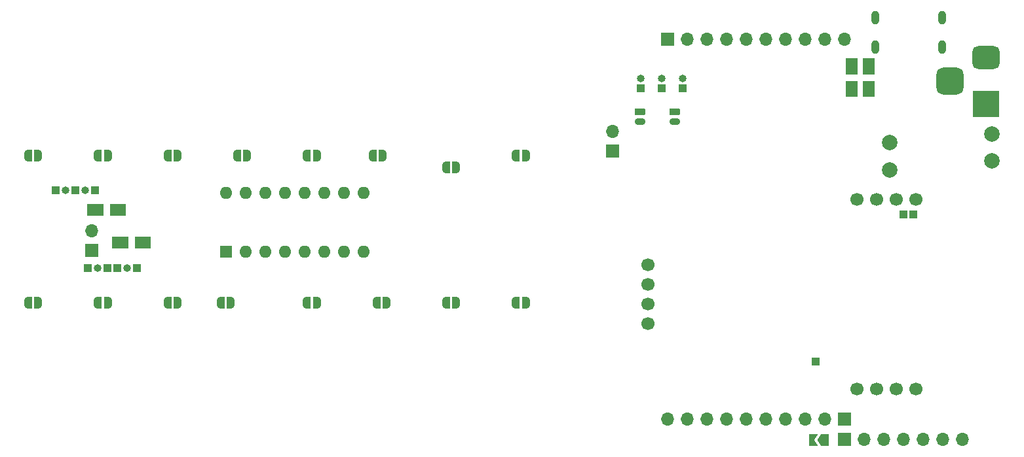
<source format=gbs>
G04 #@! TF.GenerationSoftware,KiCad,Pcbnew,(6.0.5-0)*
G04 #@! TF.CreationDate,2022-08-16T03:19:52+09:00*
G04 #@! TF.ProjectId,qLAMP-main,714c414d-502d-46d6-9169-6e2e6b696361,rev?*
G04 #@! TF.SameCoordinates,Original*
G04 #@! TF.FileFunction,Soldermask,Bot*
G04 #@! TF.FilePolarity,Negative*
%FSLAX46Y46*%
G04 Gerber Fmt 4.6, Leading zero omitted, Abs format (unit mm)*
G04 Created by KiCad (PCBNEW (6.0.5-0)) date 2022-08-16 03:19:52*
%MOMM*%
%LPD*%
G01*
G04 APERTURE LIST*
G04 Aperture macros list*
%AMRoundRect*
0 Rectangle with rounded corners*
0 $1 Rounding radius*
0 $2 $3 $4 $5 $6 $7 $8 $9 X,Y pos of 4 corners*
0 Add a 4 corners polygon primitive as box body*
4,1,4,$2,$3,$4,$5,$6,$7,$8,$9,$2,$3,0*
0 Add four circle primitives for the rounded corners*
1,1,$1+$1,$2,$3*
1,1,$1+$1,$4,$5*
1,1,$1+$1,$6,$7*
1,1,$1+$1,$8,$9*
0 Add four rect primitives between the rounded corners*
20,1,$1+$1,$2,$3,$4,$5,0*
20,1,$1+$1,$4,$5,$6,$7,0*
20,1,$1+$1,$6,$7,$8,$9,0*
20,1,$1+$1,$8,$9,$2,$3,0*%
%AMFreePoly0*
4,1,22,0.500000,-0.750000,0.000000,-0.750000,0.000000,-0.745033,-0.079941,-0.743568,-0.215256,-0.701293,-0.333266,-0.622738,-0.424486,-0.514219,-0.481581,-0.384460,-0.499164,-0.250000,-0.500000,-0.250000,-0.500000,0.250000,-0.499164,0.250000,-0.499963,0.256109,-0.478152,0.396186,-0.417904,0.524511,-0.324060,0.630769,-0.204165,0.706417,-0.067858,0.745374,0.000000,0.744959,0.000000,0.750000,
0.500000,0.750000,0.500000,-0.750000,0.500000,-0.750000,$1*%
%AMFreePoly1*
4,1,20,0.000000,0.744959,0.073905,0.744508,0.209726,0.703889,0.328688,0.626782,0.421226,0.519385,0.479903,0.390333,0.500000,0.250000,0.500000,-0.250000,0.499851,-0.262216,0.476331,-0.402017,0.414519,-0.529596,0.319384,-0.634700,0.198574,-0.708877,0.061801,-0.746166,0.000000,-0.745033,0.000000,-0.750000,-0.500000,-0.750000,-0.500000,0.750000,0.000000,0.750000,0.000000,0.744959,
0.000000,0.744959,$1*%
%AMFreePoly2*
4,1,6,1.000000,0.000000,0.500000,-0.750000,-0.500000,-0.750000,-0.500000,0.750000,0.500000,0.750000,1.000000,0.000000,1.000000,0.000000,$1*%
%AMFreePoly3*
4,1,6,0.500000,-0.750000,-0.650000,-0.750000,-0.150000,0.000000,-0.650000,0.750000,0.500000,0.750000,0.500000,-0.750000,0.500000,-0.750000,$1*%
G04 Aperture macros list end*
%ADD10FreePoly0,180.000000*%
%ADD11FreePoly1,180.000000*%
%ADD12C,2.000000*%
%ADD13RoundRect,0.225000X-0.475000X0.225000X-0.475000X-0.225000X0.475000X-0.225000X0.475000X0.225000X0*%
%ADD14O,1.400000X0.900000*%
%ADD15R,1.000000X1.000000*%
%ADD16O,1.000000X1.000000*%
%ADD17R,1.700000X1.700000*%
%ADD18O,1.700000X1.700000*%
%ADD19R,3.500000X3.500000*%
%ADD20RoundRect,0.750000X-1.000000X0.750000X-1.000000X-0.750000X1.000000X-0.750000X1.000000X0.750000X0*%
%ADD21RoundRect,0.875000X-0.875000X0.875000X-0.875000X-0.875000X0.875000X-0.875000X0.875000X0.875000X0*%
%ADD22C,1.700000*%
%ADD23O,1.000000X1.800000*%
%ADD24R,1.600000X1.600000*%
%ADD25O,1.600000X1.600000*%
%ADD26R,1.500000X1.500000*%
%ADD27FreePoly2,180.000000*%
%ADD28FreePoly2,0.000000*%
%ADD29FreePoly0,0.000000*%
%ADD30FreePoly1,0.000000*%
%ADD31FreePoly3,180.000000*%
%ADD32FreePoly2,90.000000*%
%ADD33FreePoly2,270.000000*%
G04 APERTURE END LIST*
D10*
X144807211Y-92502066D03*
D11*
X143507211Y-92502066D03*
D10*
X135807211Y-94000000D03*
D11*
X134507211Y-94000000D03*
X125007211Y-92502066D03*
D10*
X126307211Y-92502066D03*
X90807211Y-92502066D03*
D11*
X89507211Y-92502066D03*
D10*
X81807211Y-92502066D03*
D11*
X80507211Y-92502066D03*
D10*
X144807211Y-111501633D03*
D11*
X143507211Y-111501633D03*
D10*
X126807211Y-111501633D03*
D11*
X125507211Y-111501633D03*
X105350000Y-111501633D03*
D10*
X106650000Y-111501633D03*
X81807211Y-111501633D03*
D11*
X80507211Y-111501633D03*
D12*
X205069999Y-89680009D03*
X205069999Y-93180009D03*
X191850000Y-90800000D03*
X191850000Y-94300000D03*
D13*
X164035003Y-86795000D03*
D14*
X164035003Y-88045000D03*
D13*
X159590003Y-86795000D03*
D14*
X159590003Y-88045000D03*
D15*
X165106960Y-83749058D03*
D16*
X165106960Y-82479058D03*
D15*
X162376968Y-83749058D03*
D16*
X162376968Y-82479058D03*
D15*
X159646950Y-83749058D03*
D16*
X159646950Y-82479058D03*
D17*
X156020008Y-91915005D03*
D18*
X156020008Y-89375005D03*
D19*
X204295792Y-85809800D03*
D20*
X204295792Y-79809800D03*
D21*
X199595792Y-82809800D03*
D22*
X187611003Y-98175006D03*
X190151003Y-98175006D03*
X192691003Y-98175006D03*
X195231003Y-98175006D03*
X187611003Y-122675006D03*
X190151003Y-122675006D03*
X192691003Y-122675006D03*
X195231003Y-122675006D03*
X160611003Y-106615006D03*
X160611003Y-109155006D03*
X160611003Y-111695006D03*
X160611003Y-114235006D03*
D23*
X198608282Y-78419792D03*
X198608282Y-74619792D03*
X189968282Y-78419792D03*
X189968282Y-74619792D03*
D17*
X186001000Y-126628000D03*
D18*
X183461000Y-126628000D03*
X180921000Y-126628000D03*
X178381000Y-126628000D03*
X175841000Y-126628000D03*
X173301000Y-126628000D03*
X170761000Y-126628000D03*
X168221000Y-126628000D03*
X165681000Y-126628000D03*
X163141000Y-126628000D03*
D17*
X186000993Y-129200000D03*
D18*
X188540993Y-129200000D03*
X191080993Y-129200000D03*
X193620993Y-129200000D03*
X196160993Y-129200000D03*
X198701000Y-129199996D03*
X201240993Y-129200000D03*
D17*
X163141000Y-77372000D03*
D18*
X165681000Y-77372000D03*
X168221000Y-77372000D03*
X170761000Y-77372000D03*
X173301000Y-77372000D03*
X175841000Y-77372000D03*
X178381000Y-77372000D03*
X180921000Y-77372000D03*
X183461000Y-77372000D03*
X186001000Y-77372000D03*
D24*
X106029989Y-104929991D03*
D25*
X108569989Y-104929991D03*
X111109989Y-104929991D03*
X113649989Y-104929991D03*
X116189989Y-104929991D03*
X118729989Y-104929991D03*
X121269989Y-104929991D03*
X123809989Y-104929991D03*
X123809989Y-97309991D03*
X121269989Y-97309991D03*
X118729989Y-97309991D03*
X116189989Y-97309991D03*
X113649989Y-97309991D03*
X111109989Y-97309991D03*
X108569989Y-97309991D03*
X106029989Y-97309991D03*
D17*
X88719990Y-104785008D03*
D18*
X88719990Y-102245008D03*
D15*
X88240000Y-107050000D03*
X94590009Y-107050012D03*
D26*
X89444980Y-99519994D03*
X91844980Y-99519994D03*
D27*
X92644980Y-99519994D03*
D28*
X88644980Y-99519994D03*
D10*
X99807211Y-111501633D03*
D11*
X98507211Y-111501633D03*
D15*
X193640989Y-100070006D03*
D10*
X108807211Y-92502066D03*
D11*
X107507211Y-92502066D03*
D15*
X89166011Y-96930033D03*
D26*
X95049994Y-103719999D03*
X92649994Y-103719999D03*
D28*
X91849994Y-103719999D03*
D27*
X95849994Y-103719999D03*
D10*
X135807211Y-111501633D03*
D11*
X134507211Y-111501633D03*
D29*
X98507211Y-92502066D03*
D30*
X99807211Y-92502066D03*
D27*
X183415000Y-129350000D03*
D31*
X181965000Y-129350000D03*
D15*
X84085995Y-96930009D03*
D16*
X85355995Y-96930009D03*
D10*
X117807211Y-111501633D03*
D11*
X116507211Y-111501633D03*
D26*
X186957487Y-81190005D03*
X186957487Y-83590005D03*
D32*
X186957487Y-84390005D03*
D33*
X186957487Y-80390005D03*
D10*
X90807211Y-111501633D03*
D11*
X89507211Y-111501633D03*
D15*
X182280001Y-119160011D03*
D10*
X117807211Y-92502066D03*
D11*
X116507211Y-92502066D03*
D15*
X90780000Y-107050000D03*
D16*
X89510000Y-107050000D03*
D15*
X92050000Y-107050000D03*
D16*
X93320000Y-107050000D03*
D15*
X194910989Y-100070006D03*
X86625995Y-96930009D03*
D16*
X87896003Y-96930021D03*
D26*
X189100003Y-83590005D03*
X189100003Y-81190005D03*
D32*
X189100003Y-84390005D03*
D33*
X189100003Y-80390005D03*
M02*

</source>
